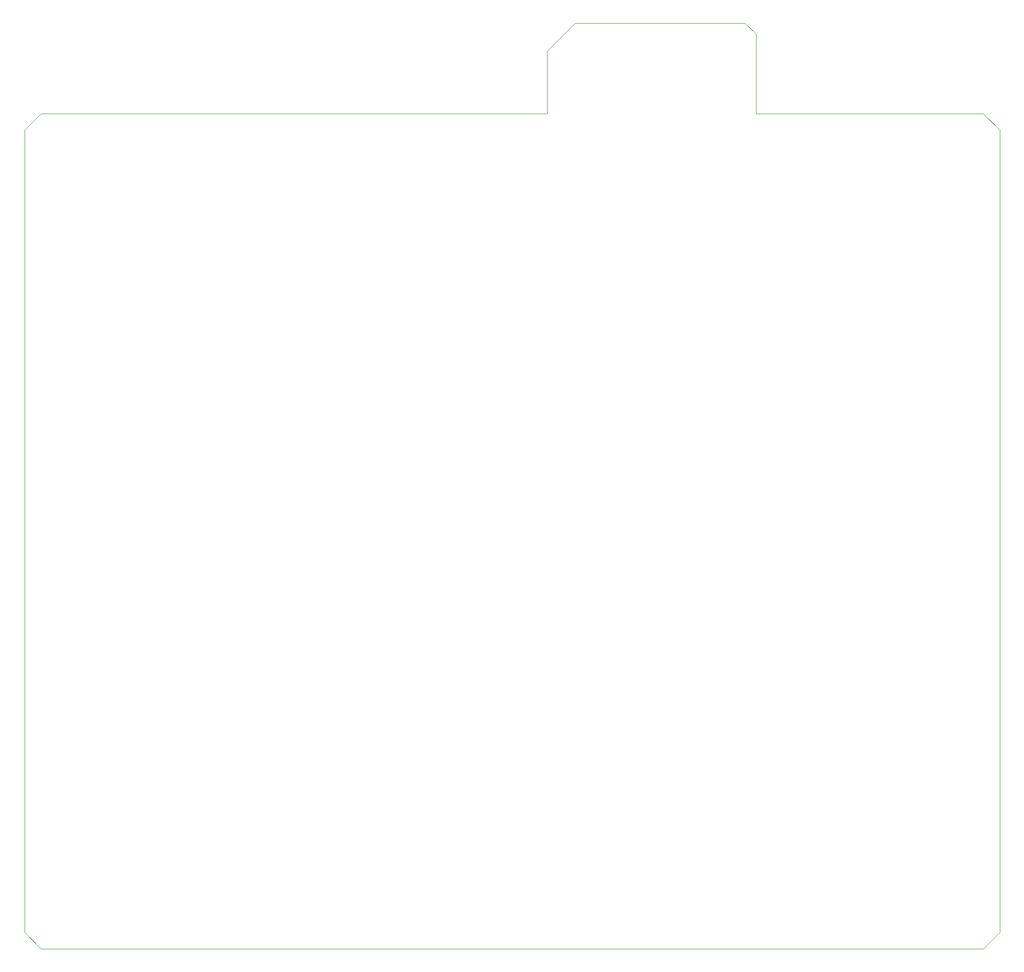
<source format=gbr>
G04 #@! TF.GenerationSoftware,KiCad,Pcbnew,7.0.6*
G04 #@! TF.CreationDate,2024-11-20T12:06:44-05:00*
G04 #@! TF.ProjectId,LogicBoard_smt,4c6f6769-6342-46f6-9172-645f736d742e,rev?*
G04 #@! TF.SameCoordinates,Original*
G04 #@! TF.FileFunction,Profile,NP*
%FSLAX46Y46*%
G04 Gerber Fmt 4.6, Leading zero omitted, Abs format (unit mm)*
G04 Created by KiCad (PCBNEW 7.0.6) date 2024-11-20 12:06:44*
%MOMM*%
%LPD*%
G01*
G04 APERTURE LIST*
G04 #@! TA.AperFunction,Profile*
%ADD10C,0.050000*%
G04 #@! TD*
G04 APERTURE END LIST*
D10*
X166910000Y-2540000D02*
X168910000Y-4540000D01*
X210360000Y-19050000D02*
X213360000Y-22050000D01*
X35560000Y-22050000D02*
X38560000Y-19050000D01*
X35560000Y-168450000D02*
X38560000Y-171450000D01*
X213360000Y-168450000D02*
X210360000Y-171450000D01*
X35560000Y-22050000D02*
X35560000Y-168450000D01*
X130810000Y-7620000D02*
X130810000Y-19050000D01*
X168910000Y-19050000D02*
X168910000Y-4540000D01*
X210360000Y-19050000D02*
X168910000Y-19050000D01*
X213360000Y-168450000D02*
X213360000Y-22050000D01*
X135890000Y-2540000D02*
X130810000Y-7620000D01*
X38560000Y-171450000D02*
X210360000Y-171450000D01*
X166910000Y-2540000D02*
X135890000Y-2540000D01*
X130810000Y-19050000D02*
X38560000Y-19050000D01*
M02*

</source>
